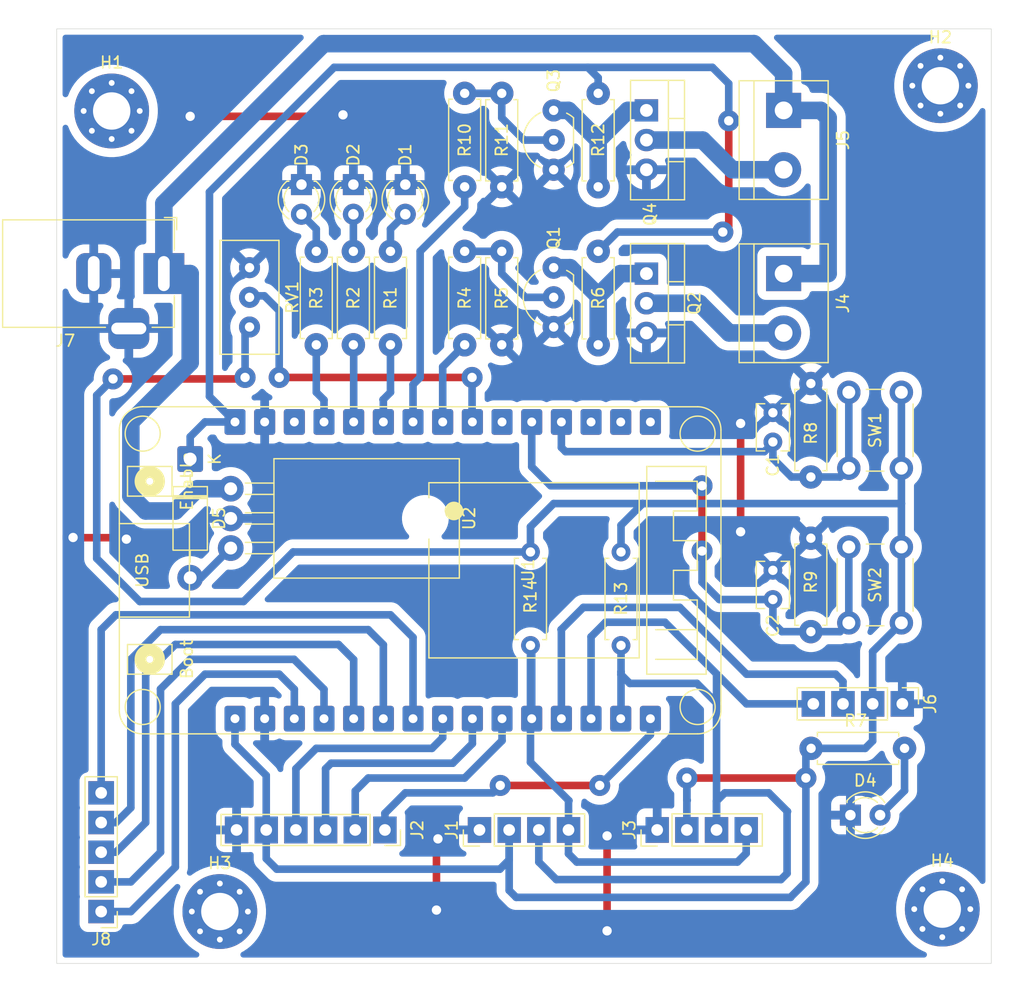
<source format=kicad_pcb>
(kicad_pcb (version 20241229) (generator "pcbnew") (generator_version "9.0")
  (layers (0 "F.Cu" signal) (2 "B.Cu" signal) (13 "F.Paste" user) (15 "B.Paste" user) (5 "F.SilkS" user "F.Silkscreen") (7 "B.SilkS" user "B.Silkscreen") (1 "F.Mask" user) (3 "B.Mask" user) (25 "Edge.Cuts" user))
  (net 0 "")
  (net 1 "GND")
  (net 2 "PUSH")
  (net 3 "Net-(D1-A)")
  (net 4 "Net-(D2-A)")
  (net 5 "Net-(D3-A)")
  (net 6 "Net-(D4-A)")
  (net 11 "SCL")
  (net 12 "+3.3V")
  (net 13 "SDA")
  (net 14 "SCLK")
  (net 15 "CS")
  (net 16 "MISO")
  (net 17 "MOSI")
  (net 18 "VCC")
  (net 19 "Net-(J4-Pin_2)")
  (net 20 "Net-(Q1-B)")
  (net 21 "Net-(Q1-C)")
  (net 22 "LED_1")
  (net 23 "LED_2")
  (net 24 "LED_3")
  (net 25 "MOSFET")
  (net 26 "+5V")
  (net 27 "POT")
  (net 30 "TX")
  (net 32 "PUSH_2")
  (net 34 "RX")
  (net 35 "Net-(D5-A)")
  (net 37 "TOUCH3{slash}ADC15{slash}GPIO15{slash}D15")
  (net 38 "UART2TX{slash}GPIO17{slash}D17")
  (net 39 "UART2RX{slash}GPIO16{slash}D16")
  (net 40 "Net-(J5-Pin_2)")
  (net 41 "Net-(Q3-C)")
  (net 42 "Net-(Q3-B)")
  (net 43 "MOSFET_2")
  (net 44 "TOUCH2{slash}ADC2{slash}GPIO2{slash}D2")
  (net 45 "TOUCH0{slash}ADC2{slash}GPIO4{slash}D4")
  (footprint "Capacitor_THT:C_Disc_D3.8mm_W2.6mm_P2.50mm" (layer "F.Cu") (at 121 86.32 90)
    (property "Reference" "C2")
    (property "Value" "100nF")
  )
  (footprint "Resistencias_0.25W:1K" (layer "F.Cu") (at 108 82.25 -90)
    (property "Reference" "R13")
    (property "Value" "10K")
  )
  (footprint "Potentiometer_THT:Potentiometer_Bourns_3296W_Vertical" (layer "F.Cu") (at 76.2 62.992 -90)
    (property "Reference" "RV1")
    (property "Value" "100K")
  )
  (footprint "Resistencias_0.25W:1K" (layer "F.Cu") (at 100.25 82.25 -90)
    (property "Reference" "R14")
    (property "Value" "10K")
  )
  (footprint "MountingHole:MountingHole_3.2mm_M3_Pad_Via" (layer "F.Cu") (at 64.4 44.5)
    (property "Reference" "H1")
    (property "Value" "~")
  )
  (footprint "Resistencias_0.25W:1K" (layer "F.Cu") (at 94.615 50.99 90)
    (property "Reference" "R10")
    (property "Value" "1K")
  )
  (footprint "LED_THT:LED_D3.0mm" (layer "F.Cu") (at 89.535 50.8 -90)
    (property "Reference" "D1")
    (property "Value" "~")
  )
  (footprint "Resistencias_0.25W:1K" (layer "F.Cu") (at 94.615 64.515 90)
    (property "Reference" "R4")
    (property "Value" "1K")
  )
  (footprint "Connector_PinHeader_2.54mm:PinHeader_1x04_P2.54mm_Vertical" (layer "F.Cu") (at 111.095 106.045 90)
    (property "Reference" "J3")
    (property "Value" "I2C")
  )
  (footprint "Resistencias_0.25W:1K" (layer "F.Cu") (at 124.27 99.06)
    (property "Reference" "R7")
    (property "Value" "470")
  )
  (footprint "Package_TO_SOT_THT:TO-220-3_Horizontal_TabDown" (layer "F.Cu") (at 74.59 76.835 -90)
    (property "Reference" "U2")
    (property "Value" "LM7805_TO220")
  )
  (footprint "Resistencias_0.25W:1K" (layer "F.Cu") (at 124.25 89.07 90)
    (property "Reference" "R9")
    (property "Value" "470")
  )
  (footprint "Connector_PinHeader_2.54mm:PinHeader_1x05_P2.54mm_Vertical" (layer "F.Cu") (at 63.5 113.03 180)
    (property "Reference" "J8")
    (property "Value" "Conn_01x05")
  )
  (footprint "@EmersonPrez15:ESP32_DEVKIT_V1_E32" (layer "F.Cu") (at 110.515 83.82 -90)
    (property "Reference" "U1")
    (property "Value" "ESP32_DevKit_V1_DOIT")
  )
  (footprint "Package_TO_SOT_THT:TO-220-3_Vertical" (layer "F.Cu") (at 110.175 58.42 -90)
    (property "Reference" "Q2")
    (property "Value" "IRFZ44N")
  )
  (footprint "Package_TO_SOT_THT:TO-92L_Inline_Wide" (layer "F.Cu") (at 102.235 49.53 90)
    (property "Reference" "Q3")
    (property "Value" "2N3904")
  )
  (footprint "TerminalBlock:TerminalBlock_bornier-2_P5.08mm" (layer "F.Cu") (at 121.92 58.42 -90)
    (property "Reference" "J4")
    (property "Value" "MOSFET")
  )
  (footprint "LED_THT:LED_D3.0mm" (layer "F.Cu") (at 127.635 104.775)
    (property "Reference" "D4")
    (property "Value" "~")
  )
  (footprint "Button_Switch_THT:SW_PUSH_6mm" (layer "F.Cu") (at 127.5 75.08 90)
    (property "Reference" "SW1")
    (property "Value" "Push")
  )
  (footprint "LED_THT:LED_D3.0mm" (layer "F.Cu") (at 80.645 50.8 -90)
    (property "Reference" "D3")
    (property "Value" "~")
  )
  (footprint "Connector_BarrelJack:BarrelJack_Horizontal" (layer "F.Cu") (at 68.865 58.42)
    (property "Reference" "J7")
    (property "Value" "Barrel_Jack_Switch")
  )
  (footprint "Resistencias_0.25W:1K" (layer "F.Cu") (at 106.045 56.515 -90)
    (property "Reference" "R6")
    (property "Value" "10K")
  )
  (footprint "TerminalBlock:TerminalBlock_bornier-2_P5.08mm" (layer "F.Cu") (at 121.92 44.45 -90)
    (property "Reference" "J5")
    (property "Value" "MOSFET")
  )
  (footprint "MountingHole:MountingHole_3.2mm_M3_Pad_Via" (layer "F.Cu") (at 135.335944 42.337056)
    (property "Reference" "H2")
    (property "Value" "~")
  )
  (footprint "Resistencias_0.25W:1K" (layer "F.Cu") (at 124.25 75.83 90)
    (property "Reference" "R8")
    (property "Value" "470")
  )
  (footprint "Resistencias_0.25W:1K" (layer "F.Cu") (at 97.79 42.99 -90)
    (property "Reference" "R11")
    (property "Value" "2.2K")
  )
  (footprint "Resistencias_0.25W:1K" (layer "F.Cu") (at 81.915 64.515 90)
    (property "Reference" "R3")
    (property "Value" "470")
  )
  (footprint "Resistencias_0.25W:1K" (layer "F.Cu") (at 106.045 42.99 -90)
    (property "Reference" "R12")
    (property "Value" "10K")
  )
  (footprint "Connector_PinHeader_2.54mm:PinHeader_1x04_P2.54mm_Vertical" (layer "F.Cu") (at 132.08 95.25 -90)
    (property "Reference" "J6")
    (property "Value" "I2C")
  )
  (footprint "Connector_PinHeader_2.54mm:PinHeader_1x04_P2.54mm_Vertical" (layer "F.Cu") (at 95.885 106.045 90)
    (property "Reference" "J1")
    (property "Value" "I2C")
  )
  (footprint "Capacitor_THT:C_Disc_D3.8mm_W2.6mm_P2.50mm" (layer "F.Cu") (at 121 72.83 90)
    (property "Reference" "C1")
    (property "Value" "100nF")
  )
  (footprint "Package_TO_SOT_THT:TO-92L_Inline_Wide" (layer "F.Cu") (at 102.235 62.992 90)
    (property "Reference" "Q1")
    (property "Value" "2N3904")
  )
  (footprint "MountingHole:MountingHole_3.2mm_M3_Pad_Via" (layer "F.Cu") (at 135.5 112.822056)
    (property "Reference" "H4")
    (property "Value" "~")
  )
  (footprint "MountingHole:MountingHole_3.2mm_M3_Pad_Via" (layer "F.Cu") (at 73.66 113.03)
    (property "Reference" "H3")
    (property "Value" "~")
  )
  (footprint "Diode_THT:D_DO-41_SOD81_P10.16mm_Horizontal" (layer "F.Cu") (at 71.12 74.295 -90)
    (property "Reference" "D5")
    (property "Value" "1N4006")
  )
  (footprint "Button_Switch_THT:SW_PUSH_6mm" (layer "F.Cu") (at 127.5 88.32 90)
    (property "Reference" "SW2")
    (property "Value" "Push")
  )
  (footprint "Resistencias_0.25W:1K" (layer "F.Cu") (at 85.09 64.515 90)
    (property "Reference" "R2")
    (property "Value" "470")
  )
  (footprint "Resistencias_0.25W:1K" (layer "F.Cu") (at 88.265 64.515 90)
    (property "Reference" "R1")
    (property "Value" "470")
  )
  (footprint "Resistencias_0.25W:1K" (layer "F.Cu") (at 97.79 56.515 -90)
    (property "Reference" "R5")
    (property "Value" "2.2K")
  )
  (footprint "LED_THT:LED_D3.0mm" (layer "F.Cu") (at 85.09 50.8 -90)
    (property "Reference" "D2")
    (property "Value" "~")
  )
  (footprint "Connector_PinSocket_2.54mm:PinSocket_1x06_P2.54mm_Vertical" (layer "F.Cu") (at 87.79 106.045 -90)
    (property "Reference" "J2")
    (property "Value" "SPI")
  )
  (footprint "Package_TO_SOT_THT:TO-220-3_Vertical" (layer "F.Cu") (at 110.175 44.45 -90)
    (property "Reference" "Q4")
    (property "Value" "IRFZ44N")
  )
  (gr_rect (start 59.695 37.47) (end 139.695 117.47) (stroke (width 0.05)) (fill no) (layer "Edge.Cuts"))
  (segment (start 106.807 106.553) (end 106.807 114.681) (width 0.65) (layer "F.Cu") (net 1))
  (segment (start 84.074 44.958) (end 71.12 44.958) (width 0.65) (layer "F.Cu") (net 1))
  (segment (start 65.532 81.026) (end 65.659 81.153) (width 0.65) (layer "F.Cu") (net 1))
  (segment (start 118.237 80.518) (end 118.237 71.247) (width 0.65) (layer "F.Cu") (net 1))
  (segment (start 92.202 106.934) (end 92.202 112.903) (width 0.65) (layer "F.Cu") (net 1))
  (segment (start 61.111 81.026) (end 65.532 81.026) (width 0.65) (layer "F.Cu") (net 1))
  (segment (start 92.329 106.807) (end 92.202 106.934) (width 0.65) (layer "F.Cu") (net 1))
  (segment (start 84.201 44.831) (end 84.074 44.958) (width 0.65) (layer "F.Cu") (net 1))
  (segment (start 61.095 81.01) (end 61.111 81.026) (width 0.65) (layer "F.Cu") (net 1))
  (via (at 92.202 112.903) (size 1.8) (drill 0.8) (layers "F.Cu" "B.Cu") (net 1))
  (via (at 71.12 44.958) (size 1.8) (drill 0.8) (layers "F.Cu" "B.Cu") (net 1))
  (via (at 84.201 44.831) (size 1.8) (drill 0.8) (layers "F.Cu" "B.Cu") (net 1))
  (via (at 118.237 71.247) (size 1.8) (drill 0.8) (layers "F.Cu" "B.Cu") (net 1))
  (via (at 61.095 81.01) (size 1.8) (drill 0.8) (layers "F.Cu" "B.Cu") (net 1))
  (via (at 92.329 106.807) (size 1.8) (drill 0.8) (layers "F.Cu" "B.Cu") (net 1))
  (via (at 106.807 114.681) (size 1.8) (drill 0.8) (layers "F.Cu" "B.Cu") (net 1))
  (via (at 106.807 106.553) (size 1.8) (drill 0.8) (layers "F.Cu" "B.Cu") (net 1))
  (via (at 65.659 81.153) (size 1.8) (drill 0.8) (layers "F.Cu" "B.Cu") (net 1))
  (via (at 118.237 80.518) (size 1.8) (drill 0.8) (layers "F.Cu" "B.Cu") (net 1))
  (segment (start 122.585 75.83) (end 124.25 75.83) (width 0.65) (layer "B.Cu") (net 2))
  (segment (start 126.75 75.83) (end 127.5 75.08) (width 0.65) (layer "B.Cu") (net 2))
  (segment (start 124.25 75.83) (end 126.75 75.83) (width 0.65) (layer "B.Cu") (net 2))
  (segment (start 102.895 73.304) (end 103.251 73.66) (width 0.65) (layer "B.Cu") (net 2))
  (segment (start 102.895 71.12) (end 102.895 73.304) (width 0.65) (layer "B.Cu") (net 2))
  (segment (start 121 72.929) (end 121 72.83) (width 0.65) (layer "B.Cu") (net 2))
  (segment (start 121 74.245) (end 122.585 75.83) (width 0.65) (layer "B.Cu") (net 2))
  (segment (start 121 72.83) (end 121 74.245) (width 0.65) (layer "B.Cu") (net 2))
  (segment (start 120.269 73.66) (end 121 72.929) (width 0.65) (layer "B.Cu") (net 2))
  (segment (start 127.5 68.58) (end 127.5 75.08) (width 0.65) (layer "B.Cu") (net 2))
  (segment (start 103.251 73.66) (end 120.269 73.66) (width 0.65) (layer "B.Cu") (net 2))
  (segment (start 88.265 56.515) (end 88.265 54.61) (width 0.65) (layer "B.Cu") (net 3))
  (segment (start 88.265 54.61) (end 89.535 53.34) (width 0.65) (layer "B.Cu") (net 3))
  (segment (start 85.09 56.515) (end 85.09 53.34) (width 0.65) (layer "B.Cu") (net 4))
  (segment (start 81.915 54.61) (end 80.645 53.34) (width 0.65) (layer "B.Cu") (net 5))
  (segment (start 81.915 56.515) (end 81.915 54.61) (width 0.65) (layer "B.Cu") (net 5))
  (segment (start 130.175 104.775) (end 132.27 102.68) (width 0.65) (layer "B.Cu") (net 6))
  (segment (start 132.27 102.68) (end 132.27 99.06) (width 0.65) (layer "B.Cu") (net 6))
  (segment (start 100.965 106.045) (end 100.965 108.79) (width 0.65) (layer "B.Cu") (net 11))
  (segment (start 116.21 95.21) (end 114.5 93.5) (width 0.65) (layer "B.Cu") (net 11))
  (segment (start 116.885 102.87) (end 116.175 103.58) (width 0.65) (layer "B.Cu") (net 11))
  (segment (start 108 90.25) (end 108 92.5) (width 0.65) (layer "B.Cu") (net 11))
  (segment (start 120.65 102.87) (end 116.885 102.87) (width 0.65) (layer "B.Cu") (net 11))
  (segment (start 122.25 104.47) (end 122.2375 104.4575) (width 0.65) (layer "B.Cu") (net 11))
  (segment (start 122.2375 104.4575) (end 120.65 102.87) (width 0.65) (layer "B.Cu") (net 11))
  (segment (start 108 92.75) (end 108 92.5) (width 0.65) (layer "B.Cu") (net 11))
  (segment (start 122.215 109.765) (end 122.215 104.48) (width 0.65) (layer "B.Cu") (net 11))
  (segment (start 108 92.5) (end 108 96.495) (width 0.65) (layer "B.Cu") (net 11))
  (segment (start 100.965 108.79) (end 102.465 110.29) (width 0.65) (layer "B.Cu") (net 11))
  (segment (start 121.69 110.29) (end 122.215 109.765) (width 0.65) (layer "B.Cu") (net 11))
  (segment (start 114.5 93.5) (end 108.75 93.5) (width 0.65) (layer "B.Cu") (net 11))
  (segment (start 108.75 93.5) (end 108 92.75) (width 0.65) (layer "B.Cu") (net 11))
  (segment (start 102.465 110.29) (end 121.69 110.29) (width 0.65) (layer "B.Cu") (net 11))
  (segment (start 116.175 103.58) (end 116.175 106.045) (width 0.65) (layer "B.Cu") (net 11))
  (segment (start 122.215 104.48) (end 122.2375 104.4575) (width 0.65) (layer "B.Cu") (net 11))
  (segment (start 108 96.495) (end 107.975 96.52) (width 0.65) (layer "B.Cu") (net 11))
  (segment (start 116.175 106.045) (end 116.175 92.725) (width 0.65) (layer "B.Cu") (net 11))
  (segment (start 75.692 67.437) (end 75.819 67.31) (width 0.65) (layer "F.Cu") (net 12))
  (segment (start 64.516 67.437) (end 75.692 67.437) (width 0.65) (layer "F.Cu") (net 12))
  (segment (start 123.825 101.6) (end 113.635 101.6) (width 0.65) (layer "F.Cu") (net 12))
  (via (at 64.516 67.437) (size 1.8) (drill 0.8) (layers "F.Cu" "B.Cu") (net 12))
  (via (at 113.635 101.6) (size 1.8) (drill 0.8) (layers "F.Cu" "B.Cu") (net 12))
  (via (at 75.819 67.31) (size 1.8) (drill 0.8) (layers "F.Cu" "B.Cu") (net 12))
  (via (at 123.825 101.6) (size 1.8) (drill 0.8) (layers "F.Cu" "B.Cu") (net 12))
  (segment (start 108 79.96) (end 109.855 78.105) (width 0.65) (layer "B.Cu") (net 12))
  (segment (start 63.119 82.804) (end 63.119 68.834) (width 0.65) (layer "B.Cu") (net 12))
  (segment (start 98.425 106.045) (end 98.425 108.605) (width 0.65) (layer "B.Cu") (net 12))
  (segment (start 75.692 86.487) (end 66.802 86.487) (width 0.65) (layer "B.Cu") (net 12))
  (segment (start 128.905 99.06) (end 124.27 99.06) (width 0.65) (layer "B.Cu") (net 12))
  (segment (start 113.635 103.475) (end 113.635 101.6) (width 0.65) (layer "B.Cu") (net 12))
  (segment (start 98.425 111.215) (end 98.425 106.045) (width 0.65) (layer "B.Cu") (net 12))
  (segment (start 122.52 111.815) (end 122.52 111.795) (width 0.65) (layer "B.Cu") (net 12))
  (segment (start 79.929 82.25) (end 75.692 86.487) (width 0.65) (layer "B.Cu") (net 12))
  (segment (start 129.54 95.25) (end 129.54 98.425) (width 0.65) (layer "B.Cu") (net 12))
  (segment (start 132 78.105) (end 132 75.08) (width 0.65) (layer "B.Cu") (net 12))
  (segment (start 123.825 101.6) (end 123.825 110.49) (width 0.65) (layer "B.Cu") (net 12))
  (segment (start 113.67 103.51) (end 113.635 103.475) (width 0.65) (layer "B.Cu") (net 12))
  (segment (start 132 88.32) (end 132 81.82) (width 0.65) (layer "B.Cu") (net 12))
  (segment (start 77.63 101.379) (end 74.955 98.704) (width 0.65) (layer "B.Cu") (net 12))
  (segment (start 98.425 108.605) (end 97.628 109.402) (width 0.65) (layer "B.Cu") (net 12))
  (segment (start 123.825 99.505) (end 124.27 99.06) (width 0.65) (layer "B.Cu") (net 12))
  (segment (start 74.955 98.704) (end 74.955 96.52) (width 0.65) (layer "B.Cu") (net 12))
  (segment (start 129.54 98.425) (end 128.905 99.06) (width 0.65) (layer "B.Cu") (net 12))
  (segment (start 108 82.25) (end 108 79.96) (width 0.65) (layer "B.Cu") (net 12))
  (segment (start 132 78.105) (end 109.855 78.105) (width 0.65) (layer "B.Cu") (net 12))
  (segment (start 123.825 101.6) (end 123.825 99.505) (width 0.65) (layer "B.Cu") (net 12))
  (segment (start 75.819 63.373) (end 76.2 62.992) (width 0.65) (layer "B.Cu") (net 12))
  (segment (start 97.628 109.402) (end 78.532 109.402) (width 0.65) (layer "B.Cu") (net 12))
  (segment (start 66.802 86.487) (end 63.119 82.804) (width 0.65) (layer "B.Cu") (net 12))
  (segment (start 102.235 78.105) (end 100.25 80.09) (width 0.65) (layer "B.Cu") (net 12))
  (segment (start 129.54 90.78) (end 132 88.32) (width 0.65) (layer "B.Cu") (net 12))
  (segment (start 129.54 90.78) (end 130.0175 90.3025) (width 0.65) (layer "B.Cu") (net 12))
  (segment (start 77.63 108.5) (end 77.63 101.379) (width 0.65) (layer "B.Cu") (net 12))
  (segment (start 78.532 109.402) (end 77.63 108.5) (width 0.65) (layer "B.Cu") (net 12))
  (segment (start 113.635 106.045) (end 113.635 101.025) (width 0.65) (layer "B.Cu") (net 12))
  (segment (start 99.025 111.815) (end 98.425 111.215) (width 0.65) (layer "B.Cu") (net 12))
  (segment (start 100.25 80.09) (end 100.25 82.25) (width 0.65) (layer "B.Cu") (net 12))
  (segment (start 100.25 82.25) (end 79.929 82.25) (width 0.65) (layer "B.Cu") (net 12))
  (segment (start 129.54 95.25) (end 129.54 90.78) (width 0.65) (layer "B.Cu") (net 12))
  (segment (start 63.119 68.834) (end 64.516 67.437) (width 0.65) (layer "B.Cu") (net 12))
  (segment (start 132 75.08) (end 132 68.58) (width 0.65) (layer "B.Cu") (net 12))
  (segment (start 75.819 67.31) (end 75.819 63.373) (width 0.65) (layer "B.Cu") (net 12))
  (segment (start 122.52 111.795) (end 123.825 110.49) (width 0.65) (layer "B.Cu") (net 12))
  (segment (start 132 81.82) (end 132 78.105) (width 0.65) (layer "B.Cu") (net 12))
  (segment (start 122.52 111.815) (end 99.025 111.815) (width 0.65) (layer "B.Cu") (net 12))
  (segment (start 109.855 78.105) (end 102.235 78.105) (width 0.65) (layer "B.Cu") (net 12))
  (segment (start 104.215 108.79) (end 117.965 108.79) (width 0.65) (layer "B.Cu") (net 13))
  (segment (start 100.355 90.355) (end 100.25 90.25) (width 0.65) (layer "B.Cu") (net 13))
  (segment (start 117.965 108.79) (end 118.715 108.04) (width 0.65) (layer "B.Cu") (net 13))
  (segment (start 100.355 96.52) (end 100.355 90.355) (width 0.65) (layer "B.Cu") (net 13))
  (segment (start 100.25 90.25) (end 100.25 100.25) (width 0.65) (layer "B.Cu") (net 13))
  (segment (start 103.505 103.575) (end 103.505 106.045) (width 0.65) (layer "B.Cu") (net 13))
  (segment (start 103.54 103.54) (end 103.505 103.575) (width 0.65) (layer "B.Cu") (net 13))
  (segment (start 103.505 108.08) (end 104.215 108.79) (width 0.65) (layer "B.Cu") (net 13))
  (segment (start 103.505 106.045) (end 103.505 108.08) (width 0.65) (layer "B.Cu") (net 13))
  (segment (start 100.25 100.25) (end 103.54 103.54) (width 0.65) (layer "B.Cu") (net 13))
  (segment (start 118.715 108.04) (end 118.715 106.045) (width 0.65) (layer "B.Cu") (net 13))
  (segment (start 83.185 100.33) (end 93.599 100.33) (width 0.65) (layer "B.Cu") (net 14))
  (segment (start 95.275 98.654) (end 95.275 96.52) (width 0.65) (layer "B.Cu") (net 14))
  (segment (start 93.599 100.33) (end 95.275 98.654) (width 0.65) (layer "B.Cu") (net 14))
  (segment (start 82.71 100.805) (end 83.185 100.33) (width 0.65) (layer "B.Cu") (net 14))
  (segment (start 82.71 106.045) (end 82.71 100.805) (width 0.65) (layer "B.Cu") (net 14))
  (segment (start 92.735 98.146) (end 92.735 96.52) (width 0.65) (layer "B.Cu") (net 15))
  (segment (start 80.17 106.045) (end 80.17 100.805) (width 0.65) (layer "B.Cu") (net 15))
  (segment (start 80.17 100.805) (end 81.915 99.06) (width 0.65) (layer "B.Cu") (net 15))
  (segment (start 91.821 99.06) (end 92.735 98.146) (width 0.65) (layer "B.Cu") (net 15))
  (segment (start 81.915 99.06) (end 91.821 99.06) (width 0.65) (layer "B.Cu") (net 15))
  (segment (start 85.25 106.045) (end 85.25 102.71) (width 0.65) (layer "B.Cu") (net 16))
  (segment (start 94.615 101.6) (end 97.815 98.4) (width 0.65) (layer "B.Cu") (net 16))
  (segment (start 85.25 102.71) (end 86.36 101.6) (width 0.65) (layer "B.Cu") (net 16))
  (segment (start 86.36 101.6) (end 94.615 101.6) (width 0.65) (layer "B.Cu") (net 16))
  (segment (start 97.815 98.4) (end 97.815 96.52) (width 0.65) (layer "B.Cu") (net 16))
  (segment (start 97.663 102.235) (end 106.172 102.235) (width 0.65) (layer "F.Cu") (net 17))
  (via (at 106.172 102.235) (size 1.8) (drill 0.8) (layers "F.Cu" "B.Cu") (net 17))
  (via (at 97.663 102.235) (size 1.8) (drill 0.8) (layers "F.Cu" "B.Cu") (net 17))
  (segment (start 89.535 102.87) (end 97.028 102.87) (width 0.65) (layer "B.Cu") (net 17))
  (segment (start 87.79 106.045) (end 87.79 104.615) (width 0.65) (layer "B.Cu") (net 17))
  (segment (start 97.028 102.87) (end 97.663 102.235) (width 0.65) (layer "B.Cu") (net 17))
  (segment (start 87.79 104.615) (end 89.535 102.87) (width 0.65) (layer "B.Cu") (net 17))
  (segment (start 106.172 102.235) (end 110.515 97.892) (width 0.65) (layer "B.Cu") (net 17))
  (segment (start 110.515 97.892) (end 110.515 96.52) (width 0.65) (layer "B.Cu") (net 17))
  (segment (start 119.38 38.735) (end 121.92 41.275) (width 1.5) (layer "B.Cu") (net 18))
  (segment (start 71.12 58.42) (end 71.12 66.04) (width 1.5) (layer "B.Cu") (net 18))
  (segment (start 68.865 58.42) (end 68.865 52.42) (width 1.5) (layer "B.Cu") (net 18))
  (segment (start 125.73 58.42) (end 121.92 58.42) (width 1.5) (layer "B.Cu") (net 18))
  (segment (start 66.04 77.47) (end 67.31 78.74) (width 1.5) (layer "B.Cu") (net 18))
  (segment (start 67.31 78.74) (end 69.85 78.74) (width 1.5) (layer "B.Cu") (net 18))
  (segment (start 125.095 44.45) (end 125.73 45.085) (width 1.5) (layer "B.Cu") (net 18))
  (segment (start 82.55 38.735) (end 119.38 38.735) (width 1.5) (layer "B.Cu") (net 18))
  (segment (start 71.12 66.04) (end 66.04 71.12) (width 1.5) (layer "B.Cu") (net 18))
  (segment (start 125.73 45.085) (end 125.73 58.42) (width 1.5) (layer "B.Cu") (net 18))
  (segment (start 71.755 76.835) (end 74.59 76.835) (width 1.5) (layer "B.Cu") (net 18))
  (segment (start 121.92 41.275) (end 121.92 44.45) (width 1.5) (layer "B.Cu") (net 18))
  (segment (start 66.04 71.12) (end 66.04 77.47) (width 1.5) (layer "B.Cu") (net 18))
  (segment (start 69.85 78.74) (end 71.755 76.835) (width 1.5) (layer "B.Cu") (net 18))
  (segment (start 68.865 52.42) (end 82.55 38.735) (width 1.5) (layer "B.Cu") (net 18))
  (segment (start 68.865 58.42) (end 71.12 58.42) (width 1.5) (layer "B.Cu") (net 18))
  (segment (start 121.92 44.45) (end 125.095 44.45) (width 1.5) (layer "B.Cu") (net 18))
  (segment (start 114.71 60.96) (end 117.25 63.5) (width 1.5) (layer "B.Cu") (net 19))
  (segment (start 117.25 63.5) (end 121.92 63.5) (width 1.5) (layer "B.Cu") (net 19))
  (segment (start 110.175 60.96) (end 114.71 60.96) (width 1.5) (layer "B.Cu") (net 19))
  (segment (start 97.79 58.42) (end 99.822 60.452) (width 0.65) (layer "B.Cu") (net 20))
  (segment (start 99.822 60.452) (end 102.235 60.452) (width 0.65) (layer "B.Cu") (net 20))
  (segment (start 97.79 56.515) (end 97.79 58.42) (width 0.65) (layer "B.Cu") (net 20))
  (segment (start 94.615 56.515) (end 97.79 56.515) (width 0.65) (layer "B.Cu") (net 20))
  (segment (start 103.632 57.912) (end 106.045 60.325) (width 1.5) (layer "B.Cu") (net 21))
  (segment (start 102.235 57.912) (end 103.632 57.912) (width 1.5) (layer "B.Cu") (net 21))
  (segment (start 107.95 58.42) (end 106.045 60.325) (width 1.5) (layer "B.Cu") (net 21))
  (segment (start 110.175 58.42) (end 107.95 58.42) (width 1.5) (layer "B.Cu") (net 21))
  (segment (start 106.045 60.325) (end 106.045 64.515) (width 1.5) (layer "B.Cu") (net 21))
  (segment (start 88.265 64.515) (end 88.265 68.58) (width 0.65) (layer "B.Cu") (net 22))
  (segment (start 87.655 69.24) (end 87.655 71.12) (width 0.65) (layer "B.Cu") (net 22))
  (segment (start 87.63 69.215) (end 87.655 69.24) (width 0.65) (layer "B.Cu") (net 22))
  (segment (start 88.265 68.58) (end 87.63 69.215) (width 0.65) (layer "B.Cu") (net 22))
  (segment (start 85.115 71.12) (end 85.115 64.54) (width 0.65) (layer "B.Cu") (net 23))
  (segment (start 85.115 64.54) (end 85.09 64.515) (width 0.65) (layer "B.Cu") (net 23))
  (segment (start 81.915 64.515) (end 81.915 68.58) (width 0.65) (layer "B.Cu") (net 24))
  (segment (start 82.575 69.24) (end 82.575 71.12) (width 0.65) (layer "B.Cu") (net 24))
  (segment (start 81.915 68.58) (end 82.575 69.24) (width 0.65) (layer "B.Cu") (net 24))
  (segment (start 92.735 66.395) (end 94.615 64.515) (width 0.65) (layer "B.Cu") (net 25))
  (segment (start 92.735 71.12) (end 92.735 66.395) (width 0.65) (layer "B.Cu") (net 25))
  (segment (start 116.713 54.864) (end 117.221 54.356) (width 0.65) (layer "F.Cu") (net 26))
  (segment (start 117.221 54.356) (end 117.221 45.339) (width 0.65) (layer "F.Cu") (net 26))
  (via (at 117.221 45.339) (size 1.8) (drill 0.8) (layers "F.Cu" "B.Cu") (net 26))
  (via (at 116.713 54.864) (size 1.8) (drill 0.8) (layers "F.Cu" "B.Cu") (net 26))
  (segment (start 72.771 68.936) (end 74.955 71.12) (width 0.65) (layer "B.Cu") (net 26))
  (segment (start 106.045 56.515) (end 107.696 54.864) (width 0.65) (layer "B.Cu") (net 26))
  (segment (start 105.156 40.767) (end 83.439 40.767) (width 0.65) (layer "B.Cu") (net 26))
  (segment (start 117.221 42.164) (end 115.824 40.767) (width 0.65) (layer "B.Cu") (net 26))
  (segment (start 117.221 45.339) (end 117.221 42.164) (width 0.65) (layer "B.Cu") (net 26))
  (segment (start 71.12 72.39) (end 72.39 71.12) (width 0.65) (layer "B.Cu") (net 26))
  (segment (start 72.771 51.435) (end 72.771 68.936) (width 0.65) (layer "B.Cu") (net 26))
  (segment (start 71.12 74.295) (end 71.12 72.39) (width 0.65) (layer "B.Cu") (net 26))
  (segment (start 107.696 54.864) (end 116.713 54.864) (width 0.65) (layer "B.Cu") (net 26))
  (segment (start 115.824 40.767) (end 105.156 40.767) (width 0.65) (layer "B.Cu") (net 26))
  (segment (start 72.39 71.12) (end 74.955 71.12) (width 0.65) (layer "B.Cu") (net 26))
  (segment (start 106.045 42.99) (end 106.045 41.656) (width 0.65) (layer "B.Cu") (net 26))
  (segment (start 83.439 40.767) (end 72.771 51.435) (width 0.65) (layer "B.Cu") (net 26))
  (segment (start 106.045 41.656) (end 105.156 40.767) (width 0.65) (layer "B.Cu") (net 26))
  (segment (start 78.74 67.31) (end 95.25 67.31) (width 0.65) (layer "F.Cu") (net 27))
  (via (at 78.74 67.31) (size 1.8) (drill 0.8) (layers "F.Cu" "B.Cu") (net 27))
  (via (at 95.25 67.31) (size 1.8) (drill 0.8) (layers "F.Cu" "B.Cu") (net 27))
  (segment (start 77.47 60.325) (end 78.74 61.595) (width 0.65) (layer "B.Cu") (net 27))
  (segment (start 95.25 71.095) (end 95.275 71.12) (width 0.65) (layer "B.Cu") (net 27))
  (segment (start 78.74 61.595) (end 78.74 67.31) (width 0.65) (layer "B.Cu") (net 27))
  (segment (start 76.2 60.325) (end 77.47 60.325) (width 0.65) (layer "B.Cu") (net 27))
  (segment (start 95.25 67.31) (end 95.25 71.095) (width 0.65) (layer "B.Cu") (net 27))
  (segment (start 118.745 95.25) (end 111.76 88.265) (width 0.65) (layer "B.Cu") (net 30))
  (segment (start 111.76 88.265) (end 106.68 88.265) (width 0.65) (layer "B.Cu") (net 30))
  (segment (start 105.435 89.51) (end 105.435 96.52) (width 0.65) (layer "B.Cu") (net 30))
  (segment (start 124.46 95.25) (end 118.745 95.25) (width 0.65) (layer "B.Cu") (net 30))
  (segment (start 106.68 88.265) (end 105.435 89.51) (width 0.65) (layer "B.Cu") (net 30))
  (segment (start 114.935 76.581) (end 114.935 82.169) (width 0.65) (layer "F.Cu") (net 32))
  (via (at 114.935 82.169) (size 1.8) (drill 0.8) (layers "F.Cu" "B.Cu") (net 32))
  (via (at 114.935 76.581) (size 1.8) (drill 0.8) (layers "F.Cu" "B.Cu") (net 32))
  (segment (start 121.77 89.07) (end 124.25 89.07) (width 0.65) (layer "B.Cu") (net 32))
  (segment (start 121 86.32) (end 121 88.3) (width 0.65) (layer "B.Cu") (net 32))
  (segment (start 124.25 89.07) (end 126.75 89.07) (width 0.65) (layer "B.Cu") (net 32))
  (segment (start 114.935 84.836) (end 116.419 86.32) (width 0.65) (layer "B.Cu") (net 32))
  (segment (start 127.5 88.32) (end 127.5 81.82) (width 0.65) (layer "B.Cu") (net 32))
  (segment (start 100.355 71.12) (end 100.355 74.955) (width 0.65) (layer "B.Cu") (net 32))
  (segment (start 101.854 76.454) (end 101.981 76.581) (width 0.65) (layer "B.Cu") (net 32))
  (segment (start 116.419 86.32) (end 121 86.32) (width 0.65) (layer "B.Cu") (net 32))
  (segment (start 101.981 76.581) (end 114.935 76.581) (width 0.65) (layer "B.Cu") (net 32))
  (segment (start 100.355 74.955) (end 101.854 76.454) (width 0.65) (layer "B.Cu") (net 32))
  (segment (start 121 88.3) (end 121.77 89.07) (width 0.65) (layer "B.Cu") (net 32))
  (segment (start 114.935 82.169) (end 114.935 84.836) (width 0.65) (layer "B.Cu") (net 32))
  (segment (start 126.75 89.07) (end 127.5 88.32) (width 0.65) (layer "B.Cu") (net 32))
  (segment (start 102.895 96.52) (end 102.895 88.925) (width 0.65) (layer "B.Cu") (net 34))
  (segment (start 104.775 86.995) (end 113.03 86.995) (width 0.65) (layer "B.Cu") (net 34))
  (segment (start 102.87 88.9) (end 104.775 86.995) (width 0.65) (layer "B.Cu") (net 34))
  (segment (start 126.365 92.71) (end 127 93.345) (width 0.65) (layer "B.Cu") (net 34))
  (segment (start 127 93.345) (end 127 95.25) (width 0.65) (layer "B.Cu") (net 34))
  (segment (start 113.03 86.995) (end 118.745 92.71) (width 0.65) (layer "B.Cu") (net 34))
  (segment (start 102.895 88.925) (end 102.87 88.9) (width 0.65) (layer "B.Cu") (net 34))
  (segment (start 118.745 92.71) (end 126.365 92.71) (width 0.65) (layer "B.Cu") (net 34))
  (segment (start 72.05 84.455) (end 74.59 81.915) (width 0.65) (layer "B.Cu") (net 35))
  (segment (start 71.12 84.455) (end 72.05 84.455) (width 0.65) (layer "B.Cu") (net 35))
  (segment (start 66.04 113.03) (end 69.85 109.22) (width 0.65) (layer "B.Cu") (net 37))
  (segment (start 80.035 94.005) (end 80.035 96.52) (width 0.65) (layer "B.Cu") (net 37))
  (segment (start 78.74 92.71) (end 80.035 94.005) (width 0.65) (layer "B.Cu") (net 37))
  (segment (start 69.85 95.25) (end 72.39 92.71) (width 0.65) (layer "B.Cu") (net 37))
  (segment (start 63.5 113.03) (end 66.04 113.03) (width 0.65) (layer "B.Cu") (net 37))
  (segment (start 69.85 109.22) (end 69.85 95.25) (width 0.65) (layer "B.Cu") (net 37))
  (segment (start 72.39 92.71) (end 78.74 92.71) (width 0.65) (layer "B.Cu") (net 37))
  (segment (start 63.5 88.9) (end 64.77 87.63) (width 0.65) (layer "B.Cu") (net 38))
  (segment (start 90.195 89.56) (end 90.195 96.52) (width 0.65) (layer "B.Cu") (net 38))
  (segment (start 63.5 102.87) (end 63.5 88.9) (width 0.65) (layer "B.Cu") (net 38))
  (segment (start 64.77 87.63) (end 88.265 87.63) (width 0.65) (layer "B.Cu") (net 38))
  (segment (start 88.265 87.63) (end 90.195 89.56) (width 0.65) (layer "B.Cu") (net 38))
  (segment (start 63.5 105.41) (end 64.77 105.41) (width 0.65) (layer "B.Cu") (net 39))
  (segment (start 86.36 88.9) (end 87.655 90.195) (width 0.65) (layer "B.Cu") (net 39))
  (segment (start 87.655 90.195) (end 87.655 96.52) (width 0.65) (layer "B.Cu") (net 39))
  (segment (start 66.04 91.44) (end 68.58 88.9) (width 0.65) (layer "B.Cu") (net 39))
  (segment (start 66.04 104.14) (end 66.04 91.44) (width 0.65) (layer "B.Cu") (net 39))
  (segment (start 68.58 88.9) (end 86.36 88.9) (width 0.65) (layer "B.Cu") (net 39))
  (segment (start 64.77 105.41) (end 66.04 104.14) (width 0.65) (layer "B.Cu") (net 39))
  (segment (start 117.53 49.53) (end 121.92 49.53) (width 1.5) (layer "B.Cu") (net 40))
  (segment (start 110.175 46.99) (end 114.99 46.99) (width 1.5) (layer "B.Cu") (net 40))
  (segment (start 114.99 46.99) (end 117.53 49.53) (width 1.5) (layer "B.Cu") (net 40))
  (segment (start 106.045 46.99) (end 106.045 50.99) (width 1.5) (layer "B.Cu") (net 41))
  (segment (start 102.235 44.45) (end 103.505 44.45) (width 1.5) (layer "B.Cu") (net 41))
  (segment (start 108.585 44.45) (end 106.045 46.99) (width 1.5) (layer "B.Cu") (net 41))
  (segment (start 103.505 44.45) (end 106.045 46.99) (width 1.5) (layer "B.Cu") (net 41))
  (segment (start 110.175 44.45) (end 108.585 44.45) (width 1.5) (layer "B.Cu") (net 41))
  (segment (start 97.79 45.085) (end 99.695 46.99) (width 0.65) (layer "B.Cu") (net 42))
  (segment (start 97.79 42.99) (end 97.79 45.085) (width 0.65) (layer "B.Cu") (net 42))
  (segment (start 94.615 42.99) (end 97.79 42.99) (width 0.65) (layer "B.Cu") (net 42))
  (segment (start 99.695 46.99) (end 102.235 46.99) (width 0.65) (layer "B.Cu") (net 42))
  (segment (start 90.195 71.12) (end 90.195 67.92) (width 0.65) (layer "B.Cu") (net 43))
  (segment (start 90.195 67.92) (end 90.805 67.31) (width 0.65) (layer "B.Cu") (net 43))
  (segment (start 90.805 56.515) (end 94.615 52.705) (width 0.65) (layer "B.Cu") (net 43))
  (segment (start 94.615 52.705) (end 94.615 50.99) (width 0.65) (layer "B.Cu") (net 43))
  (segment (start 90.805 67.31) (end 90.805 56.515) (width 0.65) (layer "B.Cu") (net 43))
  (segment (start 68.58 93.98) (end 71.12 91.44) (width 0.65) (layer "B.Cu") (net 44))
  (segment (start 71.12 91.44) (end 80.01 91.44) (width 0.65) (layer "B.Cu") (net 44))
  (segment (start 82.575 94.005) (end 82.575 96.52) (width 0.65) (layer "B.Cu") (net 44))
  (segment (start 66.04 110.49) (end 68.58 107.95) (width 0.65) (layer "B.Cu") (net 44))
  (segment (start 80.01 91.44) (end 82.575 94.005) (width 0.65) (layer "B.Cu") (net 44))
  (segment (start 68.58 107.95) (end 68.58 93.98) (width 0.65) (layer "B.Cu") (net 44))
  (segment (start 63.5 110.49) (end 66.04 110.49) (width 0.65) (layer "B.Cu") (net 44))
  (segment (start 67.31 105.41) (end 67.31 92.71) (width 0.65) (layer "B.Cu") (net 45))
  (segment (start 85.115 91.465) (end 85.115 96.52) (width 0.65) (layer "B.Cu") (net 45))
  (segment (start 83.82 90.17) (end 85.115 91.465) (width 0.65) (layer "B.Cu") (net 45))
  (segment (start 63.5 107.95) (end 64.77 107.95) (width 0.65) (layer "B.Cu") (net 45))
  (segment (start 64.77 107.95) (end 67.31 105.41) (width 0.65) (layer "B.Cu") (net 45))
  (segment (start 69.85 90.17) (end 83.82 90.17) (width 0.65) (layer "B.Cu") (net 45))
  (segment (start 67.31 92.71) (end 69.85 90.17) (width 0.65) (layer "B.Cu") (net 45))
  (zone (net 1) (net_name "GND") (layer "B.Cu") (connect_pads (clearance 0.75)) (min_thickness 0.5) (fill yes (thermal_gap 0.75) (thermal_bridge_width 0.75))
    (polygon (pts (xy 57.5 35) (xy 142.5 35) (xy 142.5 120) (xy 57.5 120)))
  )
)
</source>
